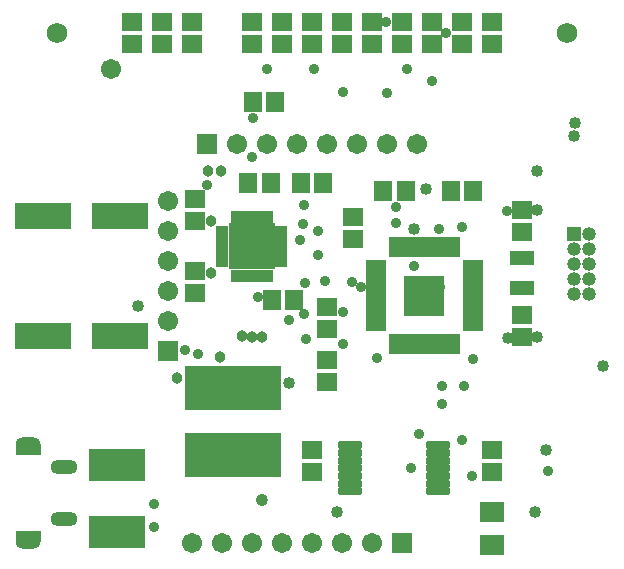
<source format=gbs>
G04*
G04 #@! TF.GenerationSoftware,Altium Limited,Altium Designer,19.1.8 (144)*
G04*
G04 Layer_Color=16711935*
%FSLAX25Y25*%
%MOIN*%
G70*
G01*
G75*
%ADD23R,0.05918X0.06706*%
%ADD24R,0.06706X0.05918*%
%ADD25O,0.08280X0.04540*%
%ADD26O,0.09068X0.04934*%
%ADD27C,0.06706*%
%ADD28R,0.06706X0.06706*%
%ADD29R,0.06706X0.06706*%
%ADD30C,0.04675*%
%ADD31R,0.04675X0.04675*%
%ADD32C,0.06800*%
%ADD33C,0.04080*%
%ADD34C,0.03800*%
%ADD35C,0.03556*%
%ADD36C,0.04000*%
%ADD64R,0.13800X0.13800*%
%ADD75R,0.07887X0.07099*%
%ADD76R,0.18517X0.10642*%
%ADD77R,0.32296X0.14580*%
%ADD78R,0.06600X0.01900*%
%ADD79R,0.01900X0.06600*%
G04:AMPARAMS|DCode=80|XSize=25.72mil|YSize=80.83mil|CornerRadius=5.95mil|HoleSize=0mil|Usage=FLASHONLY|Rotation=90.000|XOffset=0mil|YOffset=0mil|HoleType=Round|Shape=RoundedRectangle|*
%AMROUNDEDRECTD80*
21,1,0.02572,0.06894,0,0,90.0*
21,1,0.01382,0.08083,0,0,90.0*
1,1,0.01190,0.03447,0.00691*
1,1,0.01190,0.03447,-0.00691*
1,1,0.01190,-0.03447,-0.00691*
1,1,0.01190,-0.03447,0.00691*
%
%ADD80ROUNDEDRECTD80*%
%ADD81R,0.08280X0.05131*%
%ADD82R,0.18517X0.08674*%
%ADD83R,0.01981X0.03950*%
%ADD84R,0.03950X0.01981*%
%ADD85R,0.15761X0.15761*%
G36*
X1327Y15345D02*
Y19160D01*
X9602D01*
Y15345D01*
X1327D01*
D02*
G37*
G36*
X1329Y44380D02*
Y48243D01*
X9602D01*
Y44380D01*
X1329D01*
D02*
G37*
D23*
X86620Y96225D02*
D03*
X94100D02*
D03*
X80260Y162025D02*
D03*
X87740D02*
D03*
X86240Y135025D02*
D03*
X78760D02*
D03*
X96260D02*
D03*
X103740D02*
D03*
X131240Y132525D02*
D03*
X123760D02*
D03*
X153740D02*
D03*
X146260D02*
D03*
D24*
X120000Y188765D02*
D03*
Y181285D02*
D03*
X40000D02*
D03*
Y188765D02*
D03*
X160000D02*
D03*
Y181285D02*
D03*
X105000Y86285D02*
D03*
Y93765D02*
D03*
Y76265D02*
D03*
Y68785D02*
D03*
X113800Y116285D02*
D03*
Y123765D02*
D03*
X170000Y126265D02*
D03*
Y118785D02*
D03*
Y83785D02*
D03*
Y91265D02*
D03*
X160000Y46265D02*
D03*
Y38785D02*
D03*
X100000D02*
D03*
Y46265D02*
D03*
X61000Y98285D02*
D03*
Y105765D02*
D03*
Y129765D02*
D03*
Y122285D02*
D03*
X100000Y188765D02*
D03*
Y181285D02*
D03*
X150000Y188765D02*
D03*
Y181285D02*
D03*
X130000Y188765D02*
D03*
Y181285D02*
D03*
X110000D02*
D03*
Y188765D02*
D03*
X140000Y181285D02*
D03*
Y188765D02*
D03*
X90000Y181285D02*
D03*
Y188765D02*
D03*
X80000D02*
D03*
Y181285D02*
D03*
X50000Y188765D02*
D03*
Y181285D02*
D03*
X60000D02*
D03*
Y188765D02*
D03*
D25*
X5469Y15345D02*
D03*
Y48219D02*
D03*
D26*
X17279Y23022D02*
D03*
Y40542D02*
D03*
D27*
X52008Y129159D02*
D03*
Y119159D02*
D03*
Y109159D02*
D03*
Y99159D02*
D03*
Y89159D02*
D03*
X60000Y15025D02*
D03*
X70000D02*
D03*
X80000D02*
D03*
X90000D02*
D03*
X100000D02*
D03*
X110000D02*
D03*
X120000D02*
D03*
X33000Y173025D02*
D03*
X75000Y148017D02*
D03*
X85000D02*
D03*
X95000D02*
D03*
X105000D02*
D03*
X115000D02*
D03*
X125000D02*
D03*
X135000D02*
D03*
D28*
X52008Y79159D02*
D03*
D29*
X130000Y15025D02*
D03*
X65000Y148017D02*
D03*
D30*
X187461Y113194D02*
D03*
X192461Y98194D02*
D03*
X187461D02*
D03*
X192461Y103194D02*
D03*
X187461D02*
D03*
X192461Y108194D02*
D03*
X187461D02*
D03*
X192461Y113194D02*
D03*
Y118194D02*
D03*
D31*
X187461D02*
D03*
D32*
X15000Y185025D02*
D03*
X185000D02*
D03*
D33*
X83500Y29500D02*
D03*
D34*
X69500Y77025D02*
D03*
X55000Y70025D02*
D03*
X66500Y122525D02*
D03*
Y105025D02*
D03*
X80170Y83925D02*
D03*
X83400D02*
D03*
X76840Y84025D02*
D03*
X69700Y139125D02*
D03*
X65500Y139025D02*
D03*
X77000Y109525D02*
D03*
X84000D02*
D03*
X77000Y118025D02*
D03*
X84000Y114025D02*
D03*
X77000D02*
D03*
D35*
X153500Y37500D02*
D03*
X47500Y28000D02*
D03*
X96000Y116025D02*
D03*
X97000Y121525D02*
D03*
X110500Y92025D02*
D03*
X113200Y102225D02*
D03*
X104500Y102525D02*
D03*
X125000Y165025D02*
D03*
X62000Y78025D02*
D03*
X65000Y134525D02*
D03*
X102000Y119025D02*
D03*
X47500Y20592D02*
D03*
X57700Y79543D02*
D03*
X116200Y100325D02*
D03*
X110400Y81525D02*
D03*
X102017Y111000D02*
D03*
X80100Y143625D02*
D03*
X98050Y82950D02*
D03*
X127900Y121825D02*
D03*
X80200Y156725D02*
D03*
X142500Y119646D02*
D03*
X150175Y120550D02*
D03*
X143500Y61525D02*
D03*
X144600Y185025D02*
D03*
X140000Y169000D02*
D03*
X100800Y173125D02*
D03*
X124800Y188725D02*
D03*
X132900Y40025D02*
D03*
X178600Y39025D02*
D03*
X164900Y125625D02*
D03*
X142600Y100425D02*
D03*
X85000Y173100D02*
D03*
X131575D02*
D03*
X110200Y165325D02*
D03*
X128000Y127225D02*
D03*
X97400Y127900D02*
D03*
X92300Y89600D02*
D03*
X135800Y51300D02*
D03*
X133900Y107500D02*
D03*
X143200Y67400D02*
D03*
X150800D02*
D03*
X150100Y49500D02*
D03*
X97700Y101700D02*
D03*
X153700Y76600D02*
D03*
X121600Y76700D02*
D03*
X97400Y91300D02*
D03*
X82000Y97025D02*
D03*
D36*
X42000Y94025D02*
D03*
X92500Y68525D02*
D03*
X108500Y25525D02*
D03*
X175000Y126025D02*
D03*
X138000Y133025D02*
D03*
X134100Y119625D02*
D03*
X175100Y139025D02*
D03*
X197000Y74025D02*
D03*
X178000Y46025D02*
D03*
X174500Y25425D02*
D03*
X187575Y155115D02*
D03*
X187500Y150625D02*
D03*
X174900Y83625D02*
D03*
X165200Y83425D02*
D03*
D64*
X137500Y97525D02*
D03*
D75*
X160000Y25537D02*
D03*
Y14513D02*
D03*
D76*
X35000Y41142D02*
D03*
Y18898D02*
D03*
D77*
X73600Y66929D02*
D03*
Y44488D02*
D03*
D78*
X153700Y108352D02*
D03*
Y106383D02*
D03*
Y104415D02*
D03*
Y102446D02*
D03*
Y100478D02*
D03*
Y98509D02*
D03*
Y96541D02*
D03*
Y94572D02*
D03*
Y92604D02*
D03*
Y90635D02*
D03*
Y88667D02*
D03*
Y86698D02*
D03*
X121300D02*
D03*
Y88667D02*
D03*
Y90635D02*
D03*
Y92604D02*
D03*
Y94572D02*
D03*
Y96541D02*
D03*
Y98509D02*
D03*
Y100478D02*
D03*
Y102446D02*
D03*
Y104415D02*
D03*
Y106383D02*
D03*
Y108352D02*
D03*
D79*
X148327Y81325D02*
D03*
X146358D02*
D03*
X144390D02*
D03*
X142421D02*
D03*
X140453D02*
D03*
X138484D02*
D03*
X136516D02*
D03*
X134547D02*
D03*
X132579D02*
D03*
X130610D02*
D03*
X128642D02*
D03*
X126673D02*
D03*
Y113725D02*
D03*
X128642D02*
D03*
X130610D02*
D03*
X132579D02*
D03*
X134547D02*
D03*
X136516D02*
D03*
X138484D02*
D03*
X140453D02*
D03*
X142421D02*
D03*
X144390D02*
D03*
X146358D02*
D03*
X148327D02*
D03*
D80*
X142165Y47702D02*
D03*
Y45143D02*
D03*
Y42584D02*
D03*
Y40025D02*
D03*
Y37466D02*
D03*
Y34907D02*
D03*
Y32348D02*
D03*
X112835Y47702D02*
D03*
Y45143D02*
D03*
Y42584D02*
D03*
Y40025D02*
D03*
Y37466D02*
D03*
Y34907D02*
D03*
Y32348D02*
D03*
D81*
X170000Y109946D02*
D03*
Y100104D02*
D03*
D82*
X10236Y84025D02*
D03*
X35976D02*
D03*
X10236Y124025D02*
D03*
X35976D02*
D03*
D83*
X74094Y123867D02*
D03*
X76063D02*
D03*
X78031D02*
D03*
X80000D02*
D03*
X81968D02*
D03*
X83937D02*
D03*
X85905D02*
D03*
Y104183D02*
D03*
X83937D02*
D03*
X81968D02*
D03*
X80000D02*
D03*
X78031D02*
D03*
X76063D02*
D03*
X74094D02*
D03*
D84*
X89842Y119931D02*
D03*
Y117962D02*
D03*
Y115993D02*
D03*
Y114025D02*
D03*
Y112057D02*
D03*
Y110088D02*
D03*
Y108119D02*
D03*
X70157D02*
D03*
Y110088D02*
D03*
Y112057D02*
D03*
Y114025D02*
D03*
Y115993D02*
D03*
Y117962D02*
D03*
Y119931D02*
D03*
D85*
X80000Y114025D02*
D03*
M02*

</source>
